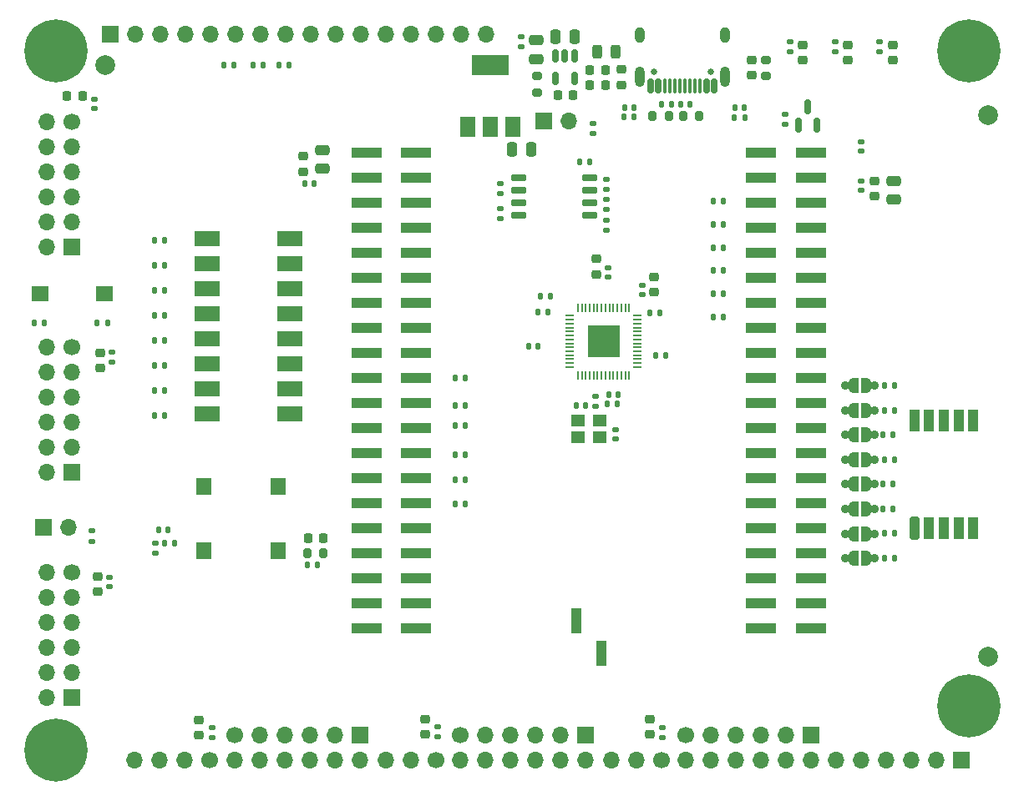
<source format=gbr>
%TF.GenerationSoftware,KiCad,Pcbnew,8.0.7-8.0.7-0~ubuntu22.04.1*%
%TF.CreationDate,2024-12-10T15:43:45-05:00*%
%TF.ProjectId,tinytapeout-demo,74696e79-7461-4706-956f-75742d64656d,2.1.0*%
%TF.SameCoordinates,PX38be5e0PY7d687e0*%
%TF.FileFunction,Soldermask,Top*%
%TF.FilePolarity,Negative*%
%FSLAX46Y46*%
G04 Gerber Fmt 4.6, Leading zero omitted, Abs format (unit mm)*
G04 Created by KiCad (PCBNEW 8.0.7-8.0.7-0~ubuntu22.04.1) date 2024-12-10 15:43:45*
%MOMM*%
%LPD*%
G01*
G04 APERTURE LIST*
G04 Aperture macros list*
%AMRoundRect*
0 Rectangle with rounded corners*
0 $1 Rounding radius*
0 $2 $3 $4 $5 $6 $7 $8 $9 X,Y pos of 4 corners*
0 Add a 4 corners polygon primitive as box body*
4,1,4,$2,$3,$4,$5,$6,$7,$8,$9,$2,$3,0*
0 Add four circle primitives for the rounded corners*
1,1,$1+$1,$2,$3*
1,1,$1+$1,$4,$5*
1,1,$1+$1,$6,$7*
1,1,$1+$1,$8,$9*
0 Add four rect primitives between the rounded corners*
20,1,$1+$1,$2,$3,$4,$5,0*
20,1,$1+$1,$4,$5,$6,$7,0*
20,1,$1+$1,$6,$7,$8,$9,0*
20,1,$1+$1,$8,$9,$2,$3,0*%
%AMFreePoly0*
4,1,19,0.500000,-0.750000,0.000000,-0.750000,0.000000,-0.744911,-0.071157,-0.744911,-0.207708,-0.704816,-0.327430,-0.627875,-0.420627,-0.520320,-0.479746,-0.390866,-0.500000,-0.250000,-0.500000,0.250000,-0.479746,0.390866,-0.420627,0.520320,-0.327430,0.627875,-0.207708,0.704816,-0.071157,0.744911,0.000000,0.744911,0.000000,0.750000,0.500000,0.750000,0.500000,-0.750000,0.500000,-0.750000,
$1*%
%AMFreePoly1*
4,1,19,0.000000,0.744911,0.071157,0.744911,0.207708,0.704816,0.327430,0.627875,0.420627,0.520320,0.479746,0.390866,0.500000,0.250000,0.500000,-0.250000,0.479746,-0.390866,0.420627,-0.520320,0.327430,-0.627875,0.207708,-0.704816,0.071157,-0.744911,0.000000,-0.744911,0.000000,-0.750000,-0.500000,-0.750000,-0.500000,0.750000,0.000000,0.750000,0.000000,0.744911,0.000000,0.744911,
$1*%
G04 Aperture macros list end*
%ADD10C,0.900000*%
%ADD11FreePoly0,0.000000*%
%ADD12FreePoly1,0.000000*%
%ADD13RoundRect,0.135000X0.135000X0.185000X-0.135000X0.185000X-0.135000X-0.185000X0.135000X-0.185000X0*%
%ADD14RoundRect,0.135000X0.185000X-0.135000X0.185000X0.135000X-0.185000X0.135000X-0.185000X-0.135000X0*%
%ADD15RoundRect,0.225000X-0.250000X0.225000X-0.250000X-0.225000X0.250000X-0.225000X0.250000X0.225000X0*%
%ADD16RoundRect,0.140000X-0.170000X0.140000X-0.170000X-0.140000X0.170000X-0.140000X0.170000X0.140000X0*%
%ADD17RoundRect,0.140000X-0.140000X-0.170000X0.140000X-0.170000X0.140000X0.170000X-0.140000X0.170000X0*%
%ADD18C,6.400000*%
%ADD19RoundRect,0.250000X0.475000X-0.250000X0.475000X0.250000X-0.475000X0.250000X-0.475000X-0.250000X0*%
%ADD20C,2.000000*%
%ADD21RoundRect,0.135000X-0.185000X0.135000X-0.185000X-0.135000X0.185000X-0.135000X0.185000X0.135000X0*%
%ADD22R,1.700000X1.700000*%
%ADD23O,1.700000X1.700000*%
%ADD24C,1.700000*%
%ADD25RoundRect,0.250000X-0.250000X-0.475000X0.250000X-0.475000X0.250000X0.475000X-0.250000X0.475000X0*%
%ADD26RoundRect,0.135000X-0.135000X-0.185000X0.135000X-0.185000X0.135000X0.185000X-0.135000X0.185000X0*%
%ADD27RoundRect,0.250000X0.250000X0.475000X-0.250000X0.475000X-0.250000X-0.475000X0.250000X-0.475000X0*%
%ADD28RoundRect,0.200000X-0.200000X-0.275000X0.200000X-0.275000X0.200000X0.275000X-0.200000X0.275000X0*%
%ADD29RoundRect,0.140000X0.140000X0.170000X-0.140000X0.170000X-0.140000X-0.170000X0.140000X-0.170000X0*%
%ADD30R,1.400000X1.200000*%
%ADD31RoundRect,0.140000X0.170000X-0.140000X0.170000X0.140000X-0.170000X0.140000X-0.170000X-0.140000X0*%
%ADD32RoundRect,0.102000X-0.700000X0.750000X-0.700000X-0.750000X0.700000X-0.750000X0.700000X0.750000X0*%
%ADD33RoundRect,0.225000X-0.225000X-0.250000X0.225000X-0.250000X0.225000X0.250000X-0.225000X0.250000X0*%
%ADD34C,0.650000*%
%ADD35RoundRect,0.150000X0.150000X0.575000X-0.150000X0.575000X-0.150000X-0.575000X0.150000X-0.575000X0*%
%ADD36RoundRect,0.075000X0.075000X0.650000X-0.075000X0.650000X-0.075000X-0.650000X0.075000X-0.650000X0*%
%ADD37O,1.000000X2.100000*%
%ADD38O,1.000000X1.600000*%
%ADD39R,1.000000X2.510000*%
%ADD40RoundRect,0.250000X-0.475000X0.250000X-0.475000X-0.250000X0.475000X-0.250000X0.475000X0.250000X0*%
%ADD41RoundRect,0.200000X-0.275000X0.200000X-0.275000X-0.200000X0.275000X-0.200000X0.275000X0.200000X0*%
%ADD42RoundRect,0.200000X0.200000X0.275000X-0.200000X0.275000X-0.200000X-0.275000X0.200000X-0.275000X0*%
%ADD43RoundRect,0.200000X0.300000X-0.950000X0.300000X0.950000X-0.300000X0.950000X-0.300000X-0.950000X0*%
%ADD44R,1.000000X2.300000*%
%ADD45RoundRect,0.150000X-0.650000X-0.150000X0.650000X-0.150000X0.650000X0.150000X-0.650000X0.150000X0*%
%ADD46RoundRect,0.225000X0.250000X-0.225000X0.250000X0.225000X-0.250000X0.225000X-0.250000X-0.225000X0*%
%ADD47RoundRect,0.050000X-0.387500X-0.050000X0.387500X-0.050000X0.387500X0.050000X-0.387500X0.050000X0*%
%ADD48RoundRect,0.050000X-0.050000X-0.387500X0.050000X-0.387500X0.050000X0.387500X-0.050000X0.387500X0*%
%ADD49R,3.200000X3.200000*%
%ADD50RoundRect,0.150000X0.150000X-0.587500X0.150000X0.587500X-0.150000X0.587500X-0.150000X-0.587500X0*%
%ADD51RoundRect,0.243750X0.243750X0.456250X-0.243750X0.456250X-0.243750X-0.456250X0.243750X-0.456250X0*%
%ADD52RoundRect,0.102000X-0.750000X-0.700000X0.750000X-0.700000X0.750000X0.700000X-0.750000X0.700000X0*%
%ADD53RoundRect,0.200000X0.275000X-0.200000X0.275000X0.200000X-0.275000X0.200000X-0.275000X-0.200000X0*%
%ADD54RoundRect,0.102000X0.700000X-0.750000X0.700000X0.750000X-0.700000X0.750000X-0.700000X-0.750000X0*%
%ADD55RoundRect,0.150000X-0.150000X0.512500X-0.150000X-0.512500X0.150000X-0.512500X0.150000X0.512500X0*%
%ADD56R,1.500000X2.000000*%
%ADD57R,3.800000X2.000000*%
%ADD58RoundRect,0.225000X0.225000X0.250000X-0.225000X0.250000X-0.225000X-0.250000X0.225000X-0.250000X0*%
%ADD59R,3.150000X1.000000*%
%ADD60RoundRect,0.218750X0.256250X-0.218750X0.256250X0.218750X-0.256250X0.218750X-0.256250X-0.218750X0*%
%ADD61RoundRect,0.218750X0.218750X0.256250X-0.218750X0.256250X-0.218750X-0.256250X0.218750X-0.256250X0*%
%ADD62R,2.600000X1.550000*%
G04 APERTURE END LIST*
D10*
%TO.C,JP7*%
X143000000Y-93500000D03*
D11*
X143850000Y-93500000D03*
D12*
X145150000Y-93500000D03*
D10*
X146000000Y-93500000D03*
%TD*%
D13*
%TO.C,R53*%
X130610000Y-76980000D03*
X129590000Y-76980000D03*
%TD*%
D14*
%TO.C,R15*%
X146500000Y-57110000D03*
X146500000Y-56090000D03*
%TD*%
D15*
%TO.C,C32*%
X117800000Y-78125000D03*
X117800000Y-79675000D03*
%TD*%
D16*
%TO.C,C23*%
X144600000Y-66220000D03*
X144600000Y-67180000D03*
%TD*%
D17*
%TO.C,C36*%
X118920000Y-92850000D03*
X119880000Y-92850000D03*
%TD*%
D13*
%TO.C,R55*%
X130610000Y-72300000D03*
X129590000Y-72300000D03*
%TD*%
D10*
%TO.C,JP1*%
X143000000Y-108500000D03*
D11*
X143850000Y-108500000D03*
D12*
X145150000Y-108500000D03*
D10*
X146000000Y-108500000D03*
%TD*%
D13*
%TO.C,R20*%
X121610000Y-63750000D03*
X120590000Y-63750000D03*
%TD*%
D18*
%TO.C,MT3*%
X63000000Y-57000000D03*
%TD*%
D19*
%TO.C,C16*%
X147900000Y-72100000D03*
X147900000Y-70200000D03*
%TD*%
D20*
%TO.C,FID3*%
X157500000Y-63500000D03*
%TD*%
D21*
%TO.C,R38*%
X118800000Y-70090000D03*
X118800000Y-71110000D03*
%TD*%
D15*
%TO.C,C48*%
X120300000Y-58925000D03*
X120300000Y-60475000D03*
%TD*%
D22*
%TO.C,J13*%
X64600000Y-99740000D03*
D23*
X64600000Y-97200000D03*
X64600000Y-94660000D03*
X64600000Y-92120000D03*
X64600000Y-89580000D03*
D24*
X64600000Y-87040000D03*
D23*
X62060000Y-99740000D03*
X62060000Y-97200000D03*
X62060000Y-94660000D03*
X62060000Y-92120000D03*
X62060000Y-89580000D03*
X62060000Y-87040000D03*
%TD*%
D25*
%TO.C,C6*%
X109250000Y-67000000D03*
X111150000Y-67000000D03*
%TD*%
D26*
%TO.C,R5*%
X72980000Y-83828571D03*
X74000000Y-83828571D03*
%TD*%
D16*
%TO.C,C56*%
X68400000Y-110420000D03*
X68400000Y-111380000D03*
%TD*%
D27*
%TO.C,C7*%
X115550000Y-55600000D03*
X113650000Y-55600000D03*
%TD*%
D28*
%TO.C,R7*%
X88485000Y-108000000D03*
X90135000Y-108000000D03*
%TD*%
D26*
%TO.C,R1*%
X72980000Y-94000000D03*
X74000000Y-94000000D03*
%TD*%
D29*
%TO.C,C29*%
X116680000Y-93000000D03*
X115720000Y-93000000D03*
%TD*%
D24*
%TO.C,J2*%
X78620000Y-129000000D03*
D23*
X76080000Y-129000000D03*
X73540000Y-129000000D03*
X71000000Y-129000000D03*
%TD*%
D29*
%TO.C,C24*%
X89180000Y-70500000D03*
X88220000Y-70500000D03*
%TD*%
D16*
%TO.C,C8*%
X124500000Y-125720000D03*
X124500000Y-126680000D03*
%TD*%
D30*
%TO.C,Y1*%
X115900000Y-96200000D03*
X118100000Y-96200000D03*
X118100000Y-94500000D03*
X115900000Y-94500000D03*
%TD*%
D14*
%TO.C,R18*%
X137400000Y-57110000D03*
X137400000Y-56090000D03*
%TD*%
D16*
%TO.C,C58*%
X66900000Y-61920000D03*
X66900000Y-62880000D03*
%TD*%
D14*
%TO.C,R50*%
X136900000Y-64510000D03*
X136900000Y-63490000D03*
%TD*%
D26*
%TO.C,R11*%
X72990000Y-76200000D03*
X74010000Y-76200000D03*
%TD*%
%TO.C,R43*%
X103490000Y-100500000D03*
X104510000Y-100500000D03*
%TD*%
D17*
%TO.C,C46*%
X131820000Y-62800000D03*
X132780000Y-62800000D03*
%TD*%
D31*
%TO.C,C4*%
X78800000Y-126680000D03*
X78800000Y-125720000D03*
%TD*%
D26*
%TO.C,R24*%
X146830000Y-103471428D03*
X147850000Y-103471428D03*
%TD*%
%TO.C,R22*%
X146980000Y-108460000D03*
X148000000Y-108460000D03*
%TD*%
D29*
%TO.C,C47*%
X121580000Y-62750000D03*
X120620000Y-62750000D03*
%TD*%
D10*
%TO.C,JP3*%
X143000000Y-103500000D03*
D11*
X143850000Y-103500000D03*
D12*
X145150000Y-103500000D03*
D10*
X146000000Y-103500000D03*
%TD*%
D26*
%TO.C,R3*%
X72980000Y-88914285D03*
X74000000Y-88914285D03*
%TD*%
D10*
%TO.C,JP8*%
X143000000Y-91000000D03*
D11*
X143850000Y-91000000D03*
D12*
X145150000Y-91000000D03*
D10*
X146000000Y-91000000D03*
%TD*%
D24*
%TO.C,J8*%
X124355000Y-129000000D03*
D23*
X121815000Y-129000000D03*
X119275000Y-129000000D03*
%TD*%
D29*
%TO.C,C2*%
X74380000Y-105600000D03*
X73420000Y-105600000D03*
%TD*%
D22*
%TO.C,J12*%
X64600000Y-122600000D03*
D23*
X64600000Y-120060000D03*
X64600000Y-117520000D03*
X64600000Y-114980000D03*
X64600000Y-112440000D03*
D24*
X64600000Y-109900000D03*
D23*
X62060000Y-122600000D03*
X62060000Y-120060000D03*
X62060000Y-117520000D03*
X62060000Y-114980000D03*
X62060000Y-112440000D03*
X62060000Y-109900000D03*
%TD*%
D13*
%TO.C,R41*%
X112843884Y-83511018D03*
X111823884Y-83511018D03*
%TD*%
D32*
%TO.C,SW2*%
X78000000Y-101250000D03*
X78000000Y-107750000D03*
%TD*%
D13*
%TO.C,R8*%
X75020000Y-107000000D03*
X74000000Y-107000000D03*
%TD*%
%TO.C,R54*%
X130610000Y-74640000D03*
X129590000Y-74640000D03*
%TD*%
D33*
%TO.C,C49*%
X117125000Y-60500000D03*
X118675000Y-60500000D03*
%TD*%
D17*
%TO.C,C35*%
X123820000Y-87900000D03*
X124780000Y-87900000D03*
%TD*%
D34*
%TO.C,J20*%
X129390000Y-59100000D03*
X123610000Y-59100000D03*
D35*
X129750000Y-60545000D03*
X128950000Y-60545000D03*
D36*
X127750000Y-60545000D03*
X126750000Y-60545000D03*
X126250000Y-60545000D03*
X125250000Y-60545000D03*
D35*
X124050000Y-60545000D03*
X123250000Y-60545000D03*
X123250000Y-60545000D03*
X124050000Y-60545000D03*
D36*
X124750000Y-60545000D03*
X125750000Y-60545000D03*
X127250000Y-60545000D03*
X128250000Y-60545000D03*
D35*
X128950000Y-60545000D03*
X129750000Y-60545000D03*
D37*
X130820000Y-59630000D03*
D38*
X130820000Y-55450000D03*
D37*
X122180000Y-59630000D03*
D38*
X122180000Y-55450000D03*
%TD*%
D22*
%TO.C,J3*%
X93855000Y-126455000D03*
D23*
X91315000Y-126455000D03*
X88775000Y-126455000D03*
X86235000Y-126455000D03*
X83695000Y-126455000D03*
D24*
X81155000Y-126455000D03*
D23*
X93855000Y-128995000D03*
X91315000Y-128995000D03*
X88775000Y-128995000D03*
X86235000Y-128995000D03*
X83695000Y-128995000D03*
X81155000Y-128995000D03*
%TD*%
D39*
%TO.C,J7*%
X118270000Y-118155000D03*
X115730000Y-114845000D03*
%TD*%
D13*
%TO.C,R12*%
X89520000Y-109200000D03*
X88500000Y-109200000D03*
%TD*%
D15*
%TO.C,C25*%
X88100000Y-67725000D03*
X88100000Y-69275000D03*
%TD*%
D18*
%TO.C,MT4*%
X155500000Y-57000000D03*
%TD*%
%TO.C,MT2*%
X155500000Y-123500000D03*
%TD*%
D15*
%TO.C,C5*%
X77500000Y-124925000D03*
X77500000Y-126475000D03*
%TD*%
D14*
%TO.C,R13*%
X73100000Y-108010000D03*
X73100000Y-106990000D03*
%TD*%
D26*
%TO.C,R21*%
X131790000Y-63800000D03*
X132810000Y-63800000D03*
%TD*%
%TO.C,R42*%
X103500000Y-103000000D03*
X104520000Y-103000000D03*
%TD*%
D22*
%TO.C,J5*%
X116715000Y-126455000D03*
D23*
X114175000Y-126455000D03*
X111635000Y-126455000D03*
X109095000Y-126455000D03*
X106555000Y-126455000D03*
D24*
X104015000Y-126455000D03*
D23*
X116715000Y-128995000D03*
X114175000Y-128995000D03*
X111635000Y-128995000D03*
X109095000Y-128995000D03*
X106555000Y-128995000D03*
X104015000Y-128995000D03*
%TD*%
D40*
%TO.C,C21*%
X90000000Y-67100000D03*
X90000000Y-69000000D03*
%TD*%
D41*
%TO.C,R49*%
X111800000Y-59575000D03*
X111800000Y-61225000D03*
%TD*%
D26*
%TO.C,R2*%
X72980000Y-91457142D03*
X74000000Y-91457142D03*
%TD*%
D42*
%TO.C,D5*%
X128225000Y-63600000D03*
X126575000Y-63600000D03*
%TD*%
D10*
%TO.C,JP2*%
X143000000Y-106000000D03*
D11*
X143850000Y-106000000D03*
D12*
X145150000Y-106000000D03*
D10*
X146000000Y-106000000D03*
%TD*%
D16*
%TO.C,C30*%
X119700000Y-95420000D03*
X119700000Y-96380000D03*
%TD*%
D26*
%TO.C,R28*%
X146980000Y-93494284D03*
X148000000Y-93494284D03*
%TD*%
D29*
%TO.C,C39*%
X113080000Y-81900000D03*
X112120000Y-81900000D03*
%TD*%
D43*
%TO.C,U1*%
X150000000Y-105450000D03*
D44*
X151500000Y-105450000D03*
X153000000Y-105450000D03*
X154500000Y-105450000D03*
X156000000Y-105450000D03*
X156000000Y-94550000D03*
X154500000Y-94550000D03*
X153000000Y-94550000D03*
X151500000Y-94550000D03*
X150000000Y-94550000D03*
%TD*%
D26*
%TO.C,R23*%
X146980000Y-105965714D03*
X148000000Y-105965714D03*
%TD*%
D29*
%TO.C,C38*%
X111880000Y-87000000D03*
X110920000Y-87000000D03*
%TD*%
D26*
%TO.C,R45*%
X103490000Y-95000000D03*
X104510000Y-95000000D03*
%TD*%
D45*
%TO.C,U5*%
X109900000Y-69895000D03*
X109900000Y-71165000D03*
X109900000Y-72435000D03*
X109900000Y-73705000D03*
X117100000Y-73705000D03*
X117100000Y-72435000D03*
X117100000Y-71165000D03*
X117100000Y-69895000D03*
%TD*%
D13*
%TO.C,R51*%
X130610000Y-81660000D03*
X129590000Y-81660000D03*
%TD*%
D46*
%TO.C,C37*%
X123600000Y-81475000D03*
X123600000Y-79925000D03*
%TD*%
D14*
%TO.C,R35*%
X108000000Y-74010000D03*
X108000000Y-72990000D03*
%TD*%
D22*
%TO.C,J10*%
X61725000Y-105395000D03*
D23*
X64265000Y-105395000D03*
%TD*%
D47*
%TO.C,U6*%
X115062500Y-83900000D03*
X115062500Y-84300000D03*
X115062500Y-84700000D03*
X115062500Y-85100000D03*
X115062500Y-85500000D03*
X115062500Y-85900000D03*
X115062500Y-86300000D03*
X115062500Y-86700000D03*
X115062500Y-87100000D03*
X115062500Y-87500000D03*
X115062500Y-87900000D03*
X115062500Y-88300000D03*
X115062500Y-88700000D03*
X115062500Y-89100000D03*
D48*
X115900000Y-89937500D03*
X116300000Y-89937500D03*
X116700000Y-89937500D03*
X117100000Y-89937500D03*
X117500000Y-89937500D03*
X117900000Y-89937500D03*
X118300000Y-89937500D03*
X118700000Y-89937500D03*
X119100000Y-89937500D03*
X119500000Y-89937500D03*
X119900000Y-89937500D03*
X120300000Y-89937500D03*
X120700000Y-89937500D03*
X121100000Y-89937500D03*
D47*
X121937500Y-89100000D03*
X121937500Y-88700000D03*
X121937500Y-88300000D03*
X121937500Y-87900000D03*
X121937500Y-87500000D03*
X121937500Y-87100000D03*
X121937500Y-86700000D03*
X121937500Y-86300000D03*
X121937500Y-85900000D03*
X121937500Y-85500000D03*
X121937500Y-85100000D03*
X121937500Y-84700000D03*
X121937500Y-84300000D03*
X121937500Y-83900000D03*
D48*
X121100000Y-83062500D03*
X120700000Y-83062500D03*
X120300000Y-83062500D03*
X119900000Y-83062500D03*
X119500000Y-83062500D03*
X119100000Y-83062500D03*
X118700000Y-83062500D03*
X118300000Y-83062500D03*
X117900000Y-83062500D03*
X117500000Y-83062500D03*
X117100000Y-83062500D03*
X116700000Y-83062500D03*
X116300000Y-83062500D03*
X115900000Y-83062500D03*
D49*
X118500000Y-86500000D03*
%TD*%
D31*
%TO.C,C33*%
X122400000Y-81780000D03*
X122400000Y-80820000D03*
%TD*%
D50*
%TO.C,Q1*%
X138250000Y-64537500D03*
X140150000Y-64537500D03*
X139200000Y-62662500D03*
%TD*%
D26*
%TO.C,R27*%
X146830000Y-95988570D03*
X147850000Y-95988570D03*
%TD*%
D24*
%TO.C,J17*%
X101510000Y-129000000D03*
D23*
X98970000Y-129000000D03*
X96430000Y-129000000D03*
%TD*%
D46*
%TO.C,C9*%
X123200000Y-126375000D03*
X123200000Y-124825000D03*
%TD*%
D51*
%TO.C,F1*%
X119737500Y-57100000D03*
X117862500Y-57100000D03*
%TD*%
D22*
%TO.C,J9*%
X68500000Y-55300000D03*
D23*
X71040000Y-55300000D03*
X73580000Y-55300000D03*
X76120000Y-55300000D03*
X78660000Y-55300000D03*
X81200000Y-55300000D03*
X83740000Y-55300000D03*
X86280000Y-55300000D03*
X88820000Y-55300000D03*
X91360000Y-55300000D03*
X93900000Y-55300000D03*
X96440000Y-55300000D03*
X98980000Y-55300000D03*
X101520000Y-55300000D03*
X104060000Y-55300000D03*
X106600000Y-55300000D03*
%TD*%
D16*
%TO.C,C12*%
X110200000Y-55620000D03*
X110200000Y-56580000D03*
%TD*%
D21*
%TO.C,R40*%
X108000000Y-70490000D03*
X108000000Y-71510000D03*
%TD*%
D29*
%TO.C,C45*%
X125380000Y-62400000D03*
X124420000Y-62400000D03*
%TD*%
D14*
%TO.C,R37*%
X117700000Y-93110000D03*
X117700000Y-92090000D03*
%TD*%
D31*
%TO.C,C26*%
X144600000Y-71180000D03*
X144600000Y-70220000D03*
%TD*%
D15*
%TO.C,C15*%
X100400000Y-124825000D03*
X100400000Y-126375000D03*
%TD*%
D52*
%TO.C,SW3*%
X61375000Y-81700000D03*
X67875000Y-81700000D03*
%TD*%
D53*
%TO.C,R16*%
X135000000Y-59565000D03*
X135000000Y-57915000D03*
%TD*%
D46*
%TO.C,C17*%
X146000000Y-71775000D03*
X146000000Y-70225000D03*
%TD*%
D54*
%TO.C,SW1*%
X85500000Y-107750000D03*
X85500000Y-101250000D03*
%TD*%
D46*
%TO.C,C3*%
X133500000Y-59515000D03*
X133500000Y-57965000D03*
%TD*%
D20*
%TO.C,FID2*%
X68000000Y-58500000D03*
%TD*%
D14*
%TO.C,R17*%
X142000000Y-57110000D03*
X142000000Y-56090000D03*
%TD*%
D17*
%TO.C,C34*%
X123220000Y-83600000D03*
X124180000Y-83600000D03*
%TD*%
D10*
%TO.C,JP5*%
X143000000Y-98500000D03*
D11*
X143850000Y-98500000D03*
D12*
X145150000Y-98500000D03*
D10*
X146000000Y-98500000D03*
%TD*%
D13*
%TO.C,R31*%
X81010000Y-58500000D03*
X79990000Y-58500000D03*
%TD*%
D55*
%TO.C,U3*%
X115550000Y-57562500D03*
X114600000Y-57562500D03*
X113650000Y-57562500D03*
X113650000Y-59837500D03*
X115550000Y-59837500D03*
%TD*%
D16*
%TO.C,C60*%
X68700000Y-87625000D03*
X68700000Y-88585000D03*
%TD*%
D56*
%TO.C,U2*%
X104700000Y-64750000D03*
X107000000Y-64750000D03*
D57*
X107000000Y-58450000D03*
D56*
X109300000Y-64750000D03*
%TD*%
D26*
%TO.C,R25*%
X146830000Y-100977142D03*
X147850000Y-100977142D03*
%TD*%
D22*
%TO.C,J14*%
X64600000Y-76880000D03*
D23*
X64600000Y-74340000D03*
X64600000Y-71800000D03*
X64600000Y-69260000D03*
X64600000Y-66720000D03*
D24*
X64600000Y-64180000D03*
D23*
X62060000Y-76880000D03*
X62060000Y-74340000D03*
X62060000Y-71800000D03*
X62060000Y-69260000D03*
X62060000Y-66720000D03*
X62060000Y-64180000D03*
%TD*%
D20*
%TO.C,FID1*%
X157500000Y-118500000D03*
%TD*%
D26*
%TO.C,R29*%
X146980000Y-91000000D03*
X148000000Y-91000000D03*
%TD*%
D46*
%TO.C,C61*%
X67500000Y-89230000D03*
X67500000Y-87680000D03*
%TD*%
D26*
%TO.C,R47*%
X103490000Y-90190000D03*
X104510000Y-90190000D03*
%TD*%
%TO.C,R6*%
X72980000Y-81285714D03*
X74000000Y-81285714D03*
%TD*%
D10*
%TO.C,JP6*%
X143000000Y-96000000D03*
D11*
X143850000Y-96000000D03*
D12*
X145150000Y-96000000D03*
D10*
X146000000Y-96000000D03*
%TD*%
D58*
%TO.C,C11*%
X115425000Y-61500000D03*
X113875000Y-61500000D03*
%TD*%
D59*
%TO.C,J4*%
X94475000Y-67370000D03*
X99525000Y-67370000D03*
X94475000Y-69910000D03*
X99525000Y-69910000D03*
X94475000Y-72450000D03*
X99525000Y-72450000D03*
X94475000Y-74990000D03*
X99525000Y-74990000D03*
X94475000Y-77530000D03*
X99525000Y-77530000D03*
X94475000Y-80070000D03*
X99525000Y-80070000D03*
X94475000Y-82610000D03*
X99525000Y-82610000D03*
X94475000Y-85150000D03*
X99525000Y-85150000D03*
X94475000Y-87690000D03*
X99525000Y-87690000D03*
X94475000Y-90230000D03*
X99525000Y-90230000D03*
X94475000Y-92770000D03*
X99525000Y-92770000D03*
X94475000Y-95310000D03*
X99525000Y-95310000D03*
X94475000Y-97850000D03*
X99525000Y-97850000D03*
X94475000Y-100390000D03*
X99525000Y-100390000D03*
X94475000Y-102930000D03*
X99525000Y-102930000D03*
X94475000Y-105470000D03*
X99525000Y-105470000D03*
X94475000Y-108010000D03*
X99525000Y-108010000D03*
X94475000Y-110550000D03*
X99525000Y-110550000D03*
X94475000Y-113090000D03*
X99525000Y-113090000D03*
X94475000Y-115630000D03*
X99525000Y-115630000D03*
X134475000Y-67370000D03*
X139525000Y-67370000D03*
X134475000Y-69910000D03*
X139525000Y-69910000D03*
X134475000Y-72450000D03*
X139525000Y-72450000D03*
X134475000Y-74990000D03*
X139525000Y-74990000D03*
X134475000Y-77530000D03*
X139525000Y-77530000D03*
X134475000Y-80070000D03*
X139525000Y-80070000D03*
X134475000Y-82610000D03*
X139525000Y-82610000D03*
X134475000Y-85150000D03*
X139525000Y-85150000D03*
X134475000Y-87690000D03*
X139525000Y-87690000D03*
X134475000Y-90230000D03*
X139525000Y-90230000D03*
X134475000Y-92770000D03*
X139525000Y-92770000D03*
X134475000Y-95310000D03*
X139525000Y-95310000D03*
X134475000Y-97850000D03*
X139525000Y-97850000D03*
X134475000Y-100390000D03*
X139525000Y-100390000D03*
X134475000Y-102930000D03*
X139525000Y-102930000D03*
X134475000Y-105470000D03*
X139525000Y-105470000D03*
X134475000Y-108010000D03*
X139525000Y-108010000D03*
X134475000Y-110550000D03*
X139525000Y-110550000D03*
X134475000Y-113090000D03*
X139525000Y-113090000D03*
X134475000Y-115630000D03*
X139525000Y-115630000D03*
%TD*%
D22*
%TO.C,J1*%
X154810000Y-129000000D03*
D23*
X152270000Y-129000000D03*
X149730000Y-129000000D03*
X147190000Y-129000000D03*
X144650000Y-129000000D03*
X142110000Y-129000000D03*
%TD*%
D26*
%TO.C,R10*%
X72980000Y-78742857D03*
X74000000Y-78742857D03*
%TD*%
D22*
%TO.C,J19*%
X112425000Y-64100000D03*
D23*
X114965000Y-64100000D03*
%TD*%
D60*
%TO.C,D2*%
X143250000Y-57987500D03*
X143250000Y-56412500D03*
%TD*%
D13*
%TO.C,R30*%
X86610000Y-58500000D03*
X85590000Y-58500000D03*
%TD*%
D26*
%TO.C,R44*%
X103490000Y-98000000D03*
X104510000Y-98000000D03*
%TD*%
%TO.C,R26*%
X146980000Y-98482856D03*
X148000000Y-98482856D03*
%TD*%
D31*
%TO.C,C41*%
X119000000Y-79980000D03*
X119000000Y-79020000D03*
%TD*%
%TO.C,C13*%
X117400000Y-65380000D03*
X117400000Y-64420000D03*
%TD*%
D13*
%TO.C,R48*%
X130610000Y-84000000D03*
X129590000Y-84000000D03*
%TD*%
%TO.C,R52*%
X130610000Y-79320000D03*
X129590000Y-79320000D03*
%TD*%
D61*
%TO.C,FB1*%
X118687500Y-59000000D03*
X117112500Y-59000000D03*
%TD*%
D22*
%TO.C,J6*%
X139575000Y-126455000D03*
D23*
X137035000Y-126455000D03*
X134495000Y-126455000D03*
X131955000Y-126455000D03*
X129415000Y-126455000D03*
D24*
X126875000Y-126455000D03*
D23*
X139575000Y-128995000D03*
X137035000Y-128995000D03*
X134495000Y-128995000D03*
X131955000Y-128995000D03*
X129415000Y-128995000D03*
X126875000Y-128995000D03*
%TD*%
D10*
%TO.C,JP4*%
X143000000Y-101000000D03*
D11*
X143850000Y-101000000D03*
D12*
X145150000Y-101000000D03*
D10*
X146000000Y-101000000D03*
%TD*%
D46*
%TO.C,C57*%
X67200000Y-111875000D03*
X67200000Y-110325000D03*
%TD*%
D31*
%TO.C,C14*%
X101700000Y-126580000D03*
X101700000Y-125620000D03*
%TD*%
D60*
%TO.C,D3*%
X138700000Y-57987500D03*
X138700000Y-56412500D03*
%TD*%
D14*
%TO.C,R34*%
X118800000Y-73110000D03*
X118800000Y-72090000D03*
%TD*%
D26*
%TO.C,R9*%
X67190000Y-84600000D03*
X68210000Y-84600000D03*
%TD*%
%TO.C,R46*%
X103490000Y-93000000D03*
X104510000Y-93000000D03*
%TD*%
D60*
%TO.C,D1*%
X147800000Y-57987500D03*
X147800000Y-56412500D03*
%TD*%
D21*
%TO.C,R39*%
X118800000Y-74190000D03*
X118800000Y-75210000D03*
%TD*%
D40*
%TO.C,C10*%
X111700000Y-55950000D03*
X111700000Y-57850000D03*
%TD*%
D28*
%TO.C,D6*%
X123475000Y-63600000D03*
X125125000Y-63600000D03*
%TD*%
D26*
%TO.C,R32*%
X82990000Y-58500000D03*
X84010000Y-58500000D03*
%TD*%
D18*
%TO.C,MT1*%
X63000000Y-128000000D03*
%TD*%
D26*
%TO.C,R4*%
X72980000Y-86371428D03*
X74000000Y-86371428D03*
%TD*%
D17*
%TO.C,C40*%
X119020000Y-91900000D03*
X119980000Y-91900000D03*
%TD*%
D58*
%TO.C,C1*%
X90085000Y-106500000D03*
X88535000Y-106500000D03*
%TD*%
D62*
%TO.C,SW4*%
X78300000Y-76110000D03*
X78300000Y-78650000D03*
X78300000Y-81190000D03*
X78300000Y-83730000D03*
X78300000Y-86270000D03*
X78300000Y-88810000D03*
X78300000Y-91350000D03*
X78300000Y-93890000D03*
X86700000Y-93890000D03*
X86700000Y-91350000D03*
X86700000Y-88810000D03*
X86700000Y-86270000D03*
X86700000Y-83730000D03*
X86700000Y-81190000D03*
X86700000Y-78650000D03*
X86700000Y-76110000D03*
%TD*%
D17*
%TO.C,C44*%
X126320000Y-62400000D03*
X127280000Y-62400000D03*
%TD*%
D14*
%TO.C,R36*%
X66600000Y-106765000D03*
X66600000Y-105745000D03*
%TD*%
D33*
%TO.C,C59*%
X64125000Y-61600000D03*
X65675000Y-61600000D03*
%TD*%
D17*
%TO.C,C31*%
X116120000Y-68300000D03*
X117080000Y-68300000D03*
%TD*%
D26*
%TO.C,R14*%
X60790000Y-84600000D03*
X61810000Y-84600000D03*
%TD*%
M02*

</source>
